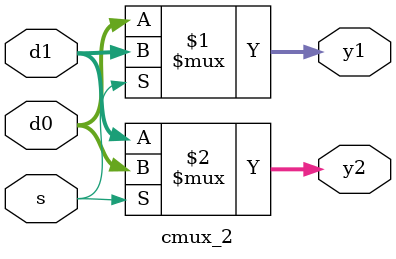
<source format=v>
`timescale 1 ns / 1 ps



module compare_equal #(parameter WIDTH = 32)
             (input [WIDTH-1:0] a, b,
              output            eq);

  assign  eq = (a == b);
endmodule

module compare_to_zero #(parameter WIDTH = 32)
                 (input [WIDTH-1:0]  a,
                  output        eq);

  assign  eq = (a == 0);
endmodule

module ncompare_to_zero #(parameter WIDTH = 32)
                 (input [WIDTH-1:0]  a,
                  output        eq);

  assign  eq = (a != 0);
endmodule

module compare_gt_zero #(parameter WIDTH = 32)
                 (input [WIDTH-1:0] a,
                  output       eq);

  assign  eq = ~a[WIDTH-1] & (a[WIDTH-2:0] !== 0);
endmodule

module compare_lt_zero #(parameter WIDTH = 32)
                 (input [WIDTH-1:0] a,
                  output       eq);

  assign  eq = a[WIDTH-1];
endmodule

module shift_left_2(input  [31:0] a,
           output [31:0] y);

  
  assign  y = {a[29:0], 2'b00};
endmodule


module extend_sign #(parameter INPUT = 16, OUTPUT = 32)
               (input  [INPUT-1:0] a,
               input  enable,
               output [OUTPUT-1:0] y);
               
  wire extension;
  
  assign  extension = (enable ? a[INPUT-1] : 0);
  assign  y = {{OUTPUT-INPUT{extension}}, a};
endmodule


module flip_flop #(parameter WIDTH = 8)
              (input                  clk, reset, clear,
               input      [WIDTH-1:0] d, 
               output reg [WIDTH-1:0] q);

  reg [WIDTH-1:0] master;

  always @(posedge clk)
    q <= reset ? 0 : (clear ? 0 : d);

endmodule

module flip_flop_enable_clear #(parameter WIDTH = 32)
                 (input                  clk, reset,
                  input                  en, clear,
                  input      [WIDTH-1:0] d, 
                  output reg [WIDTH-1:0] q);
 
  reg [WIDTH-1:0] master;

  always @(posedge clk)
    q <= reset ? 0 : (clear ? 0 : (en ? d : q));

endmodule

module flip_flop_enable #(parameter WIDTH = 32)
                (input                  clk, reset,
                 input                  en,
                 input      [WIDTH-1:0] d, 
                 output reg [WIDTH-1:0] q);
 
  reg [WIDTH-1:0] master;

  always @(posedge clk)
    q <= reset ? 0 : (en ? d : q);

endmodule

module flip_flop_no_reset #(parameter WIDTH = 32)
               (input                  clk,
                input                  en,
                input      [WIDTH-1:0] d, 
                output reg [WIDTH-1:0] q);
 
  reg [WIDTH-1:0] master;

  always @(posedge clk)
    q <= en ? d : q;

endmodule

module flip_flop_reset #(parameter WIDTH = 32)
              (input                  clk, reset,
               input      [WIDTH-1:0] d, 
               output reg [WIDTH-1:0] q);
 
  reg [WIDTH-1:0] master;

  always @(posedge clk)
    q <= reset ? 0 : d;

endmodule


module mux_2 #(parameter WIDTH = 32)
             (input  [WIDTH-1:0] d0, d1, 
              input              s, 
              output [WIDTH-1:0] y);

  assign  y = s ? d1 : d0; 
endmodule

module mux_3 #(parameter WIDTH = 32)
             (input  [WIDTH-1:0] d0, d1, d2,
              input  [1:0]       s, 
              output [WIDTH-1:0] y);

  assign  y = s[1] ? d2 : (s[0] ? d1 : d0); 
endmodule

module mux_4 #(parameter WIDTH = 32)
             (input  [WIDTH-1:0] d0, d1, d2, d3,
              input  [1:0]       s, 
              output [WIDTH-1:0] y);

  assign  y = s[1] ? (s[0] ? d3 : d2)
                     : (s[0] ? d1 : d0); 
endmodule

module mux_5 #(parameter WIDTH = 32)
             (input  [WIDTH-1:0] d0, d1, d2, d3, d4,
             input   [2:0]  s,
                output  [WIDTH-1:0] y);

  // 101 = d4; 100 = d3; 010 = d2; 001 = d1; 000 = d0

  assign  y = s[2] ? (s[0] ? d4 : d3)
                     : (s[1] ? d2 : (s[0] ? d1 : d0));
endmodule


module decoder_2 (input  [1:0] x,
             output [3:0] y);

  assign  y = (x[0] ? (x[1] ? 4'b1000 : 4'b0010)
                      : (x[1] ? 4'b0100 : 4'b0001));
endmodule

module decoder_1 (input        x,
             output [1:0] y);

  assign  y = (x ? 2'b01 : 2'b10);
  endmodule
module and2 #(parameter WIDTH = 32)
             (input  [WIDTH-1:0] a, b,
              output [WIDTH-1:0] y);

  assign  y = a & b;
endmodule

module xor2 #(parameter WIDTH = 32)
             (input  [WIDTH-1:0] a, b,
              output [WIDTH-1:0] y);

  assign  y = a ^ b;
endmodule

module increment #(parameter WIDTH = 32)
            (input  [WIDTH-1:0] a,
             output [WIDTH-1:0] y,
             output             cout);
 
  assign  {cout, y} = a + 1'b1;
endmodule

module is_zero #(parameter WIDTH = 32)
             (input  [WIDTH-1:0] a,
              output             y);
 
  assign  y = ~|a;
endmodule

module priority_encoder_8 (input       [7:0]  a,
                  output reg [2:0]  y);
   always @ ( * )
    casex(a)
      // rearrange to set priority.
      8'b1xxxxxxx : y <= 3'b000;
      8'b01xxxxxx : y <= 3'b001;
      8'b001xxxxx : y <= 3'b010;
      8'b0001xxxx : y <= 3'b011;
      8'b00001xxx : y <= 3'b100;
      8'b000001xx : y <= 3'b101;
      8'b0000001x : y <= 3'b110;
      8'b00000001 : y <= 3'b111;
      default    : y <= 3'bxxx;
    endcase
endmodule

module tri_state_buf #(parameter WIDTH = 32)
               (input en,
                input [WIDTH-1:0] a,
                output [WIDTH-1:0] y);
    wire [WIDTH-1:0] highz;
    assign highz = {WIDTH{1'bz}};
    assign  y = en ? a : highz;        
endmodule

// Complementary mux
module cmux_2 #(parameter WIDTH = 32)
             (input  [WIDTH-1:0] d0, d1, 
              input              s,
              output [WIDTH-1:0] y1,
              output [WIDTH-1:0] y2);

  assign  y1 = s ? d1 : d0;
  assign  y2 = s ? d0 : d1;
endmodule



</source>
